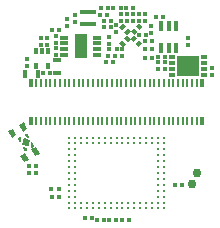
<source format=gbs>
G75*
%MOIN*%
%OFA0B0*%
%FSLAX25Y25*%
%IPPOS*%
%LPD*%
%AMOC8*
5,1,8,0,0,1.08239X$1,22.5*
%
%ADD10R,0.01106X0.03153*%
%ADD11R,0.01578X0.03153*%
%ADD12R,0.01578X0.03546*%
%ADD13R,0.01381X0.01972*%
%ADD14R,0.02956X0.01184*%
%ADD15R,0.04137X0.08074*%
%ADD16R,0.01381X0.01775*%
%ADD17R,0.01775X0.01381*%
%ADD18R,0.01775X0.02562*%
%ADD19R,0.07287X0.06696*%
%ADD20R,0.02365X0.01381*%
%ADD21R,0.02562X0.01775*%
%ADD22C,0.02956*%
%ADD23C,0.00987*%
%ADD24C,0.00200*%
D10*
X0033285Y0082944D03*
X0034860Y0082944D03*
X0036435Y0082944D03*
X0038010Y0082944D03*
X0039584Y0082944D03*
X0041159Y0082944D03*
X0042734Y0082944D03*
X0044309Y0082944D03*
X0045884Y0082944D03*
X0047458Y0082944D03*
X0049033Y0082944D03*
X0050608Y0082944D03*
X0052183Y0082944D03*
X0053758Y0082944D03*
X0055332Y0082944D03*
X0056907Y0082944D03*
X0058482Y0082944D03*
X0060057Y0082944D03*
X0061632Y0082944D03*
X0063206Y0082944D03*
X0064781Y0082944D03*
X0066356Y0082944D03*
X0067931Y0082944D03*
X0069506Y0082944D03*
X0071080Y0082944D03*
X0072655Y0082944D03*
X0074230Y0082944D03*
X0075805Y0082944D03*
X0077380Y0082944D03*
X0078954Y0082944D03*
X0080529Y0082944D03*
X0082104Y0082944D03*
X0083679Y0082944D03*
X0085254Y0082944D03*
X0086828Y0082944D03*
X0086828Y0095424D03*
X0085254Y0095424D03*
X0083679Y0095424D03*
X0082104Y0095424D03*
X0080529Y0095424D03*
X0078954Y0095424D03*
X0077380Y0095424D03*
X0075805Y0095424D03*
X0074230Y0095424D03*
X0072655Y0095424D03*
X0071080Y0095424D03*
X0069506Y0095424D03*
X0067931Y0095424D03*
X0066356Y0095424D03*
X0064781Y0095424D03*
X0063206Y0095424D03*
X0061632Y0095424D03*
X0060057Y0095424D03*
X0058482Y0095424D03*
X0056907Y0095424D03*
X0055332Y0095424D03*
X0053758Y0095424D03*
X0052183Y0095424D03*
X0050608Y0095424D03*
X0049033Y0095424D03*
X0047458Y0095424D03*
X0045884Y0095424D03*
X0044309Y0095424D03*
X0042734Y0095424D03*
X0041159Y0095424D03*
X0039584Y0095424D03*
X0038010Y0095424D03*
X0036435Y0095424D03*
X0034860Y0095424D03*
X0033285Y0095424D03*
D11*
X0031415Y0095424D03*
X0031415Y0082944D03*
X0088698Y0082944D03*
X0088698Y0095424D03*
D12*
X0080017Y0107373D03*
X0077458Y0107373D03*
X0074899Y0107373D03*
X0074899Y0114460D03*
X0077458Y0114460D03*
X0080017Y0114460D03*
D13*
X0037143Y0106310D03*
X0035175Y0106310D03*
X0033206Y0106310D03*
X0033206Y0101192D03*
X0037143Y0101192D03*
D14*
X0042576Y0104814D03*
X0042576Y0106782D03*
X0042576Y0108751D03*
X0042576Y0110719D03*
X0053600Y0110719D03*
X0053600Y0108751D03*
X0053600Y0106782D03*
X0053600Y0104814D03*
D15*
X0048088Y0107767D03*
D16*
X0038403Y0057688D03*
X0040765Y0057688D03*
X0040726Y0060247D03*
X0038364Y0060247D03*
X0033285Y0065562D03*
X0033285Y0067924D03*
X0030923Y0067924D03*
X0030923Y0065562D03*
X0049395Y0050631D03*
X0051758Y0050631D03*
X0053370Y0049971D03*
X0055732Y0049971D03*
X0057655Y0049932D03*
X0060017Y0049932D03*
X0061986Y0049971D03*
X0064348Y0049971D03*
X0079387Y0061546D03*
X0081750Y0061546D03*
X0076356Y0100365D03*
X0076356Y0102412D03*
X0076356Y0104381D03*
X0073994Y0104381D03*
X0073994Y0102412D03*
X0073994Y0100365D03*
X0071868Y0103908D03*
X0069506Y0103908D03*
X0069506Y0106900D03*
X0069584Y0109420D03*
G36*
X0067367Y0107706D02*
X0066391Y0108682D01*
X0067645Y0109936D01*
X0068621Y0108960D01*
X0067367Y0107706D01*
G37*
G36*
X0065697Y0109377D02*
X0064721Y0110353D01*
X0065975Y0111607D01*
X0066951Y0110631D01*
X0065697Y0109377D01*
G37*
G36*
X0062533Y0110631D02*
X0063509Y0111607D01*
X0064763Y0110353D01*
X0063787Y0109377D01*
X0062533Y0110631D01*
G37*
G36*
X0060863Y0108960D02*
X0061839Y0109936D01*
X0063093Y0108682D01*
X0062117Y0107706D01*
X0060863Y0108960D01*
G37*
X0060057Y0106900D03*
X0057695Y0106900D03*
X0057143Y0104460D03*
X0056513Y0102412D03*
X0058876Y0102412D03*
X0059506Y0104460D03*
G36*
X0063787Y0113873D02*
X0064763Y0112897D01*
X0063509Y0111643D01*
X0062533Y0112619D01*
X0063787Y0113873D01*
G37*
G36*
X0062117Y0115544D02*
X0063093Y0114568D01*
X0061839Y0113314D01*
X0060863Y0114290D01*
X0062117Y0115544D01*
G37*
X0061395Y0120444D03*
X0063285Y0120444D03*
X0065647Y0120444D03*
G36*
X0068700Y0114290D02*
X0067724Y0113314D01*
X0066470Y0114568D01*
X0067446Y0115544D01*
X0068700Y0114290D01*
G37*
X0067537Y0111625D03*
G36*
X0067030Y0112619D02*
X0066054Y0111643D01*
X0064800Y0112897D01*
X0065776Y0113873D01*
X0067030Y0112619D01*
G37*
X0069899Y0111625D03*
X0071947Y0109420D03*
X0071868Y0106900D03*
X0073285Y0117452D03*
X0075647Y0117452D03*
X0059033Y0120444D03*
X0057143Y0120444D03*
X0056907Y0118160D03*
X0058082Y0116349D03*
X0058082Y0114381D03*
X0055720Y0114381D03*
X0055720Y0116349D03*
X0054545Y0118160D03*
X0054781Y0120444D03*
X0041002Y0113278D03*
X0038639Y0113278D03*
X0037931Y0098869D03*
X0035569Y0098869D03*
D17*
X0039899Y0105011D03*
X0039899Y0107373D03*
X0039899Y0109026D03*
X0039899Y0111389D03*
X0036986Y0110601D03*
X0036986Y0108239D03*
X0034939Y0108239D03*
X0034939Y0110601D03*
X0030214Y0103436D03*
X0030214Y0101074D03*
X0043443Y0114696D03*
X0043443Y0117058D03*
X0046356Y0118239D03*
X0046356Y0115877D03*
X0057657Y0110972D03*
X0057657Y0108610D03*
X0059832Y0112461D03*
X0059832Y0114823D03*
X0061632Y0116349D03*
X0063600Y0116349D03*
X0063600Y0118711D03*
X0061632Y0118711D03*
X0065569Y0118711D03*
X0065569Y0116349D03*
X0067537Y0116349D03*
X0067537Y0118711D03*
X0069506Y0118711D03*
X0069506Y0116349D03*
X0071632Y0114696D03*
X0071632Y0112334D03*
X0062025Y0106900D03*
X0062025Y0104538D03*
X0083836Y0108318D03*
X0083836Y0110680D03*
X0091817Y0100574D03*
X0091817Y0098212D03*
D18*
X0033810Y0098711D03*
X0029610Y0098711D03*
G36*
X0027504Y0081565D02*
X0029054Y0082428D01*
X0030300Y0080191D01*
X0028750Y0079328D01*
X0027504Y0081565D01*
G37*
G36*
X0023834Y0079522D02*
X0025384Y0080385D01*
X0026630Y0078148D01*
X0025080Y0077285D01*
X0023834Y0079522D01*
G37*
G36*
X0028028Y0071381D02*
X0029578Y0072244D01*
X0030824Y0070007D01*
X0029274Y0069144D01*
X0028028Y0071381D01*
G37*
G36*
X0031698Y0073423D02*
X0033248Y0074286D01*
X0034494Y0072049D01*
X0032944Y0071186D01*
X0031698Y0073423D01*
G37*
D19*
X0083823Y0101348D03*
D20*
X0089137Y0100364D03*
X0089137Y0102332D03*
X0089137Y0104301D03*
X0089137Y0098395D03*
X0078508Y0098395D03*
X0078508Y0100364D03*
X0078508Y0102332D03*
X0078508Y0104301D03*
D21*
X0051947Y0115115D03*
X0051947Y0119315D03*
X0049112Y0119315D03*
X0049112Y0115115D03*
X0040214Y0103095D03*
X0040214Y0098895D03*
D22*
X0085089Y0061963D03*
X0087015Y0065604D03*
D23*
X0075805Y0065562D03*
X0075805Y0067530D03*
X0075805Y0069499D03*
X0075805Y0071467D03*
X0075805Y0073436D03*
X0075805Y0075404D03*
X0075805Y0077373D03*
X0073836Y0077373D03*
X0073836Y0075404D03*
X0073836Y0073436D03*
X0073836Y0071467D03*
X0073836Y0069499D03*
X0073836Y0067530D03*
X0073836Y0065562D03*
X0073836Y0063593D03*
X0073836Y0061625D03*
X0073836Y0059656D03*
X0073836Y0057688D03*
X0073836Y0055719D03*
X0073836Y0053751D03*
X0071868Y0053751D03*
X0071868Y0055719D03*
X0069899Y0055719D03*
X0069899Y0053751D03*
X0067931Y0053751D03*
X0067931Y0055719D03*
X0065962Y0055719D03*
X0065962Y0053751D03*
X0063994Y0053751D03*
X0063994Y0055719D03*
X0062025Y0055719D03*
X0062025Y0053751D03*
X0060057Y0053751D03*
X0060057Y0055719D03*
X0058088Y0055719D03*
X0058088Y0053751D03*
X0056120Y0053751D03*
X0056120Y0055719D03*
X0054151Y0055719D03*
X0054151Y0053751D03*
X0052183Y0053751D03*
X0052183Y0055719D03*
X0050214Y0055719D03*
X0050214Y0053751D03*
X0048246Y0053751D03*
X0048246Y0055719D03*
X0046277Y0055719D03*
X0046277Y0053751D03*
X0044309Y0053751D03*
X0044309Y0055719D03*
X0044309Y0057688D03*
X0044309Y0059656D03*
X0046277Y0059656D03*
X0046277Y0057688D03*
X0046277Y0061625D03*
X0046277Y0063593D03*
X0046277Y0065562D03*
X0046277Y0067530D03*
X0046277Y0069499D03*
X0044309Y0069499D03*
X0044309Y0067530D03*
X0044309Y0065562D03*
X0044309Y0063593D03*
X0044309Y0061625D03*
X0044309Y0071467D03*
X0044309Y0073436D03*
X0044309Y0075404D03*
X0044309Y0077373D03*
X0046277Y0077373D03*
X0046277Y0075404D03*
X0046277Y0073436D03*
X0046277Y0071467D03*
X0048246Y0075404D03*
X0048246Y0077373D03*
X0050214Y0077373D03*
X0050214Y0075404D03*
X0052183Y0075404D03*
X0052183Y0077373D03*
X0054151Y0077373D03*
X0054151Y0075404D03*
X0056120Y0075404D03*
X0056120Y0077373D03*
X0058088Y0077373D03*
X0058088Y0075404D03*
X0060057Y0075404D03*
X0060057Y0077373D03*
X0062025Y0077373D03*
X0062025Y0075404D03*
X0063994Y0075404D03*
X0063994Y0077373D03*
X0065962Y0077373D03*
X0065962Y0075404D03*
X0067931Y0075404D03*
X0069899Y0075404D03*
X0069899Y0077373D03*
X0067931Y0077373D03*
X0071868Y0077373D03*
X0071868Y0075404D03*
X0075805Y0063593D03*
X0075805Y0061625D03*
X0075805Y0059656D03*
X0075805Y0057688D03*
X0075805Y0055719D03*
X0075805Y0053751D03*
D24*
X0032222Y0074683D02*
X0031672Y0074377D01*
X0031384Y0074893D01*
X0031628Y0075750D01*
X0032222Y0074683D01*
X0032198Y0074726D02*
X0031477Y0074726D01*
X0031393Y0074924D02*
X0032088Y0074924D01*
X0031977Y0075123D02*
X0031450Y0075123D01*
X0031506Y0075321D02*
X0031867Y0075321D01*
X0031756Y0075520D02*
X0031563Y0075520D01*
X0031619Y0075718D02*
X0031646Y0075718D01*
X0030690Y0075917D02*
X0028725Y0075917D01*
X0028782Y0076115D02*
X0030747Y0076115D01*
X0030803Y0076314D02*
X0028838Y0076314D01*
X0028895Y0076512D02*
X0030860Y0076512D01*
X0030876Y0076570D02*
X0030358Y0074753D01*
X0028541Y0075270D01*
X0029059Y0077088D01*
X0030876Y0076570D01*
X0030382Y0076711D02*
X0028951Y0076711D01*
X0029008Y0076909D02*
X0029685Y0076909D01*
X0029719Y0077886D02*
X0029431Y0078402D01*
X0029982Y0078708D01*
X0030575Y0077642D01*
X0029719Y0077886D01*
X0029709Y0077902D02*
X0030430Y0077902D01*
X0030358Y0077703D02*
X0030541Y0077703D01*
X0030320Y0078101D02*
X0029599Y0078101D01*
X0029488Y0078299D02*
X0030209Y0078299D01*
X0030099Y0078498D02*
X0029603Y0078498D01*
X0029960Y0078696D02*
X0029988Y0078696D01*
X0027746Y0077464D02*
X0027195Y0077157D01*
X0027789Y0076091D01*
X0028033Y0076948D01*
X0027746Y0077464D01*
X0027833Y0077306D02*
X0027464Y0077306D01*
X0027223Y0077108D02*
X0027944Y0077108D01*
X0028022Y0076909D02*
X0027333Y0076909D01*
X0027444Y0076711D02*
X0027965Y0076711D01*
X0027909Y0076512D02*
X0027554Y0076512D01*
X0027665Y0076314D02*
X0027852Y0076314D01*
X0027796Y0076115D02*
X0027775Y0076115D01*
X0028669Y0075718D02*
X0030634Y0075718D01*
X0030577Y0075520D02*
X0028612Y0075520D01*
X0028556Y0075321D02*
X0030520Y0075321D01*
X0030464Y0075123D02*
X0029059Y0075123D01*
X0029756Y0074924D02*
X0030407Y0074924D01*
X0029699Y0073955D02*
X0028842Y0074199D01*
X0029435Y0073132D01*
X0029986Y0073439D01*
X0029699Y0073955D01*
X0029711Y0073932D02*
X0028991Y0073932D01*
X0029082Y0074130D02*
X0028880Y0074130D01*
X0029101Y0073733D02*
X0029822Y0073733D01*
X0029932Y0073535D02*
X0029211Y0073535D01*
X0029322Y0073336D02*
X0029802Y0073336D01*
X0029445Y0073138D02*
X0029432Y0073138D01*
X0031588Y0074527D02*
X0031942Y0074527D01*
M02*

</source>
